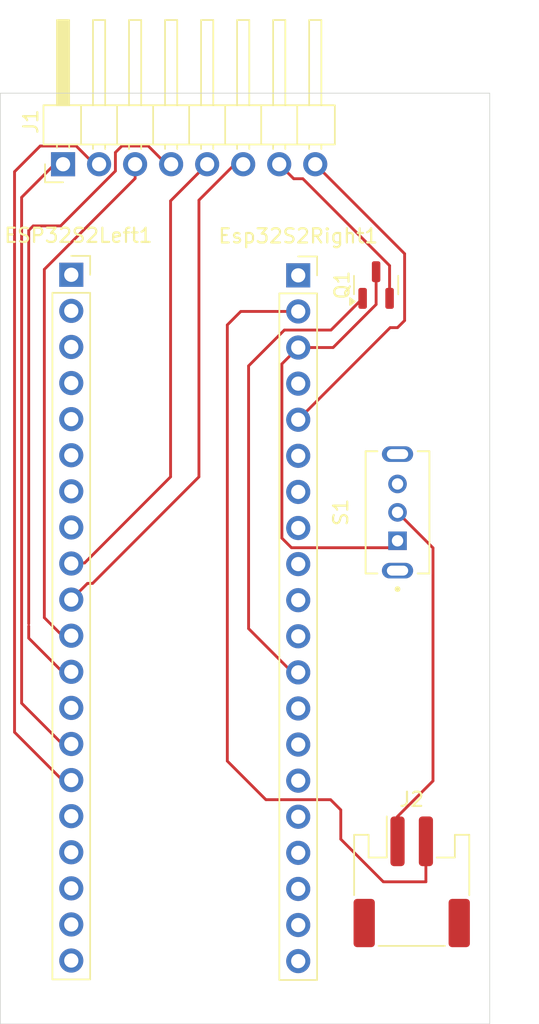
<source format=kicad_pcb>
(kicad_pcb (version 20241229) (generator "pcbnew") (generator_version "9.0")
  (layers (0 "F.Cu" signal) (2 "B.Cu" signal) (13 "F.Paste" user) (15 "B.Paste" user) (7 "B.SilkS" user "B.Silkscreen") (1 "F.Mask" user) (3 "B.Mask" user) (25 "Edge.Cuts" user))
  (net 0 "")
  (net 1 "CS")
  (net 2 "DC")
  (net 3 "SCLK")
  (net 4 "RST")
  (net 5 "DIN")
  (net 6 "BUSY")
  (net 7 "Vsys")
  (net 8 "PWR")
  (net 9 "GND")
  (net 10 "3V3")
  (net 11 "GND DISPLAY")
  (net 43 "Net-(J2-Pin_1)")
  (footprint "Connector_PinSocket_2.54mm:PinSocket_1x20_P2.54mm_Vertical" (layer "F.Cu") (at 116.5 76.82)
    (property "Reference" "Esp32S2Right1" (at 0 -2.77 0) (layer "F.SilkS"))
    (property "Value" "Right pins")
    (fp_line (start -1.33 1.27) (end -1.33 49.59) (stroke (width 0.12)) (layer "F.SilkS"))
    (fp_line (start -1.33 1.27) (end 1.33 1.27) (stroke (width 0.12)) (layer "F.SilkS"))
    (fp_line (start -1.33 49.59) (end 1.33 49.59) (stroke (width 0.12)) (layer "F.SilkS"))
    (fp_line (start 0 -1.33) (end 1.33 -1.33) (stroke (width 0.12)) (layer "F.SilkS"))
    (fp_line (start 1.33 -1.33) (end 1.33 0) (stroke (width 0.12)) (layer "F.SilkS"))
    (fp_line (start 1.33 1.27) (end 1.33 49.59) (stroke (width 0.12)) (layer "F.SilkS"))
    (pad "1" thru_hole rect (at 0 0) (size 1.7 1.7) (drill 1) (layers "*.Cu" "*.Mask"))
    (pad "2" thru_hole circle (at 0 2.54) (size 1.7 1.7) (drill 1) (layers "*.Cu" "*.Mask") (net 7 "Vsys"))
    (pad "3" thru_hole circle (at 0 5.08) (size 1.7 1.7) (drill 1) (layers "*.Cu" "*.Mask") (net 9 "GND"))
    (pad "4" thru_hole circle (at 0 7.62) (size 1.7 1.7) (drill 1) (layers "*.Cu" "*.Mask"))
    (pad "5" thru_hole circle (at 0 10.16) (size 1.7 1.7) (drill 1) (layers "*.Cu" "*.Mask") (net 10 "3V3"))
    (pad "6" thru_hole circle (at 0 12.7) (size 1.7 1.7) (drill 1) (layers "*.Cu" "*.Mask"))
    (pad "7" thru_hole circle (at 0 15.24) (size 1.7 1.7) (drill 1) (layers "*.Cu" "*.Mask"))
    (pad "8" thru_hole circle (at 0 17.78) (size 1.7 1.7) (drill 1) (layers "*.Cu" "*.Mask"))
    (pad "9" thru_hole circle (at 0 20.32) (size 1.7 1.7) (drill 1) (layers "*.Cu" "*.Mask"))
    (pad "10" thru_hole circle (at 0 22.86) (size 1.7 1.7) (drill 1) (layers "*.Cu" "*.Mask"))
    (pad "11" thru_hole circle (at 0 25.4) (size 1.7 1.7) (drill 1) (layers "*.Cu" "*.Mask"))
    (pad "12" thru_hole circle (at 0 27.94) (size 1.7 1.7) (drill 1) (layers "*.Cu" "*.Mask") (net 8 "PWR"))
    (pad "13" thru_hole circle (at 0 30.48) (size 1.7 1.7) (drill 1) (layers "*.Cu" "*.Mask"))
    (pad "14" thru_hole circle (at 0 33.02) (size 1.7 1.7) (drill 1) (layers "*.Cu" "*.Mask"))
    (pad "15" thru_hole circle (at 0 35.56) (size 1.7 1.7) (drill 1) (layers "*.Cu" "*.Mask"))
    (pad "16" thru_hole circle (at 0 38.1) (size 1.7 1.7) (drill 1) (layers "*.Cu" "*.Mask"))
    (pad "17" thru_hole circle (at 0 40.64) (size 1.7 1.7) (drill 1) (layers "*.Cu" "*.Mask"))
    (pad "18" thru_hole circle (at 0 43.18) (size 1.7 1.7) (drill 1) (layers "*.Cu" "*.Mask"))
    (pad "19" thru_hole circle (at 0 45.72) (size 1.7 1.7) (drill 1) (layers "*.Cu" "*.Mask"))
    (pad "20" thru_hole circle (at 0 48.26) (size 1.7 1.7) (drill 1) (layers "*.Cu" "*.Mask"))
  )
  (footprint "Connector_PinSocket_2.54mm:PinSocket_1x20_P2.54mm_Vertical" (layer "F.Cu") (at 100.5 76.78)
    (property "Reference" "ESP32S2Left1" (at 0.5 -2.77 0) (layer "F.SilkS"))
    (property "Value" "Left pins")
    (fp_line (start -1.33 1.27) (end -1.33 49.59) (stroke (width 0.12)) (layer "F.SilkS"))
    (fp_line (start -1.33 1.27) (end 1.33 1.27) (stroke (width 0.12)) (layer "F.SilkS"))
    (fp_line (start -1.33 49.59) (end 1.33 49.59) (stroke (width 0.12)) (layer "F.SilkS"))
    (fp_line (start 0 -1.33) (end 1.33 -1.33) (stroke (width 0.12)) (layer "F.SilkS"))
    (fp_line (start 1.33 -1.33) (end 1.33 0) (stroke (width 0.12)) (layer "F.SilkS"))
    (fp_line (start 1.33 1.27) (end 1.33 49.59) (stroke (width 0.12)) (layer "F.SilkS"))
    (pad "1" thru_hole rect (at 0 0) (size 1.7 1.7) (drill 1) (layers "*.Cu" "*.Mask"))
    (pad "2" thru_hole circle (at 0 2.54) (size 1.7 1.7) (drill 1) (layers "*.Cu" "*.Mask"))
    (pad "3" thru_hole circle (at 0 5.08) (size 1.7 1.7) (drill 1) (layers "*.Cu" "*.Mask"))
    (pad "4" thru_hole circle (at 0 7.62) (size 1.7 1.7) (drill 1) (layers "*.Cu" "*.Mask"))
    (pad "5" thru_hole circle (at 0 10.16) (size 1.7 1.7) (drill 1) (layers "*.Cu" "*.Mask"))
    (pad "6" thru_hole circle (at 0 12.7) (size 1.7 1.7) (drill 1) (layers "*.Cu" "*.Mask"))
    (pad "7" thru_hole circle (at 0 15.24) (size 1.7 1.7) (drill 1) (layers "*.Cu" "*.Mask"))
    (pad "8" thru_hole circle (at 0 17.78) (size 1.7 1.7) (drill 1) (layers "*.Cu" "*.Mask"))
    (pad "9" thru_hole circle (at 0 20.32) (size 1.7 1.7) (drill 1) (layers "*.Cu" "*.Mask") (net 3 "SCLK"))
    (pad "10" thru_hole circle (at 0 22.86) (size 1.7 1.7) (drill 1) (layers "*.Cu" "*.Mask") (net 5 "DIN"))
    (pad "11" thru_hole circle (at 0 25.4) (size 1.7 1.7) (drill 1) (layers "*.Cu" "*.Mask") (net 2 "DC"))
    (pad "12" thru_hole circle (at 0 27.94) (size 1.7 1.7) (drill 1) (layers "*.Cu" "*.Mask") (net 1 "CS"))
    (pad "13" thru_hole circle (at 0 30.48) (size 1.7 1.7) (drill 1) (layers "*.Cu" "*.Mask"))
    (pad "14" thru_hole circle (at 0 33.02) (size 1.7 1.7) (drill 1) (layers "*.Cu" "*.Mask") (net 6 "BUSY"))
    (pad "15" thru_hole circle (at 0 35.56) (size 1.7 1.7) (drill 1) (layers "*.Cu" "*.Mask") (net 4 "RST"))
    (pad "16" thru_hole circle (at 0 38.1) (size 1.7 1.7) (drill 1) (layers "*.Cu" "*.Mask"))
    (pad "17" thru_hole circle (at 0 40.64) (size 1.7 1.7) (drill 1) (layers "*.Cu" "*.Mask"))
    (pad "18" thru_hole circle (at 0 43.18) (size 1.7 1.7) (drill 1) (layers "*.Cu" "*.Mask"))
    (pad "19" thru_hole circle (at 0 45.72) (size 1.7 1.7) (drill 1) (layers "*.Cu" "*.Mask"))
    (pad "20" thru_hole circle (at 0 48.26) (size 1.7 1.7) (drill 1) (layers "*.Cu" "*.Mask"))
  )
  (footprint "Connector_JST:JST_PH_S2B-PH-SM4-TB_1x02-1MP_P2.00mm_Horizontal" (layer "F.Cu") (at 124.5 119.5)
    (property "Reference" "J2" (at 0 -5.8 0) (layer "F.SilkS"))
    (property "Value" "BATTERY connector")
    (fp_line (start -4.06 -3.31) (end -3.04 -3.31) (stroke (width 0.12)) (layer "F.SilkS"))
    (fp_line (start -4.06 0.94) (end -4.06 -3.31) (stroke (width 0.12)) (layer "F.SilkS"))
    (fp_line (start -3.04 -3.31) (end -3.04 -1.71) (stroke (width 0.12)) (layer "F.SilkS"))
    (fp_line (start -3.04 -1.71) (end -1.76 -1.71) (stroke (width 0.12)) (layer "F.SilkS"))
    (fp_line (start -2.34 4.51) (end 2.34 4.51) (stroke (width 0.12)) (layer "F.SilkS"))
    (fp_line (start -1.76 -1.71) (end -1.76 -4.6) (stroke (width 0.12)) (layer "F.SilkS"))
    (fp_line (start 3.04 -3.31) (end 3.04 -1.71) (stroke (width 0.12)) (layer "F.SilkS"))
    (fp_line (start 3.04 -1.71) (end 1.76 -1.71) (stroke (width 0.12)) (layer "F.SilkS"))
    (fp_line (start 4.06 -3.31) (end 3.04 -3.31) (stroke (width 0.12)) (layer "F.SilkS"))
    (fp_line (start 4.06 0.94) (end 4.06 -3.31) (stroke (width 0.12)) (layer "F.SilkS"))
    (pad "1" smd roundrect (at -1 -2.85) (size 1 3.5) (layers "F.Cu" "F.Mask" "F.Paste") (net 43 "Net-(J2-Pin_1)"))
    (pad "2" smd roundrect (at 1 -2.85) (size 1 3.5) (layers "F.Cu" "F.Mask" "F.Paste") (net 7 "Vsys"))
    (pad "MP" smd roundrect (at -3.35 2.9) (size 1.5 3.4) (layers "F.Cu" "F.Mask" "F.Paste") (roundrect_rratio 0.166667))
    (pad "MP" smd roundrect (at 3.35 2.9) (size 1.5 3.4) (layers "F.Cu" "F.Mask" "F.Paste") (roundrect_rratio 0.166667))
  )
  (footprint "Library:SW_SLW-864574-5A-RA-N-D" (layer "F.Cu") (at 123.5 93.5 90)
    (property "Reference" "S1" (at 0 -4 90) (layer "F.SilkS"))
    (property "Value" "SLW-864574-5A-RA-N-D")
    (fp_line (start 4.3 -2.25) (end -4.3 -2.25) (stroke (width 0.127)) (layer "F.SilkS"))
    (fp_line (start -4.3 -2.25) (end -4.3 -1.42) (stroke (width 0.127)) (layer "F.SilkS"))
    (fp_line (start 4.3 -1.42) (end 4.3 -2.25) (stroke (width 0.127)) (layer "F.SilkS"))
    (fp_line (start 4.3 2.25) (end 4.3 1.42) (stroke (width 0.127)) (layer "F.SilkS"))
    (fp_line (start 1.75 2.25) (end 4.3 2.25) (stroke (width 0.127)) (layer "F.SilkS"))
    (fp_line (start -1.75 2.25) (end 1.75 2.25) (stroke (width 0.127)) (layer "F.SilkS"))
    (fp_line (start -4.3 2.25) (end -4.3 1.42) (stroke (width 0.127)) (layer "F.SilkS"))
    (fp_line (start -4.3 2.25) (end -1.75 2.25) (stroke (width 0.127)) (layer "F.SilkS"))
    (fp_circle (center -5.4 0) (end -5.3 0) (stroke (width 0.2)) (fill no) (layer "F.SilkS"))
    (pad "1" thru_hole rect (at -2 0 90) (size 1.308 1.308) (drill 0.8) (layers "*.Cu" "*.Mask") (net 9 "GND"))
    (pad "2" thru_hole circle (at 0 0 90) (size 1.308 1.308) (drill 0.8) (layers "*.Cu" "*.Mask") (net 43 "Net-(J2-Pin_1)"))
    (pad "3" thru_hole circle (at 2 0 90) (size 1.308 1.308) (drill 0.8) (layers "*.Cu" "*.Mask"))
    (pad "SH1" thru_hole oval (at -4.1 0 90) (size 1.1 2.2) (drill oval 0.7 1.5) (layers "*.Cu" "*.Mask"))
    (pad "SH2" thru_hole oval (at 4.1 0 90) (size 1.1 2.2) (drill oval 0.7 1.5) (layers "*.Cu" "*.Mask"))
  )
  (footprint "Package_TO_SOT_SMD:SOT-23" (layer "F.Cu") (at 121.99 77.5025 90)
    (property "Reference" "Q1" (at 0 -2.4 90) (layer "F.SilkS"))
    (property "Value" "AO3400A")
    (fp_line (start 0 -1.56) (end 0.65 -1.56) (stroke (width 0.12)) (layer "F.SilkS"))
    (fp_line (start 0 -1.56) (end -0.65 -1.56) (stroke (width 0.12)) (layer "F.SilkS"))
    (fp_line (start 0 1.56) (end 0.65 1.56) (stroke (width 0.12)) (layer "F.SilkS"))
    (fp_line (start 0 1.56) (end -0.65 1.56) (stroke (width 0.12)) (layer "F.SilkS"))
    (fp_poly (pts (xy -1.1625 -1.51) (xy -1.4025 -1.84) (xy -0.9225 -1.84)) (stroke (width 0.12)) (fill yes) (layer "F.SilkS"))
    (pad "1" smd roundrect (at -0.9375 -0.95 90) (size 1.475 0.6) (layers "F.Cu" "F.Mask" "F.Paste") (net 8 "PWR"))
    (pad "2" smd roundrect (at -0.9375 0.95 90) (size 1.475 0.6) (layers "F.Cu" "F.Mask" "F.Paste") (net 11 "GND DISPLAY"))
    (pad "3" smd roundrect (at 0.9375 0 90) (size 1.475 0.6) (layers "F.Cu" "F.Mask" "F.Paste") (net 9 "GND"))
  )
  (footprint "Connector_PinHeader_2.54mm:PinHeader_1x08_P2.54mm_Horizontal" (layer "F.Cu") (at 99.92 69 90)
    (property "Reference" "J1" (at 3 -2.27 90) (layer "F.SilkS"))
    (property "Value" "DISPLAY connector")
    (fp_line (start 4.15 -1.38) (end 1.39 -1.38) (stroke (width 0.12)) (layer "F.SilkS"))
    (fp_line (start 1.39 -1.38) (end 1.39 19.16) (stroke (width 0.12)) (layer "F.SilkS"))
    (fp_line (start -1.27 -1.27) (end 0 -1.27) (stroke (width 0.12)) (layer "F.SilkS"))
    (fp_line (start 1.16 -0.43) (end 1.39 -0.43) (stroke (width 0.12)) (layer "F.SilkS"))
    (fp_line (start -1.27 0) (end -1.27 -1.27) (stroke (width 0.12)) (layer "F.SilkS"))
    (fp_line (start 1.16 0.43) (end 1.39 0.43) (stroke (width 0.12)) (layer "F.SilkS"))
    (fp_line (start 1.39 1.27) (end 4.15 1.27) (stroke (width 0.12)) (layer "F.SilkS"))
    (fp_line (start 10.15 2.11) (end 10.15 2.97) (stroke (width 0.12)) (layer "F.SilkS"))
    (fp_line (start 4.15 2.11) (end 10.15 2.11) (stroke (width 0.12)) (layer "F.SilkS"))
    (fp_line (start 1.077358 2.11) (end 1.39 2.11) (stroke (width 0.12)) (layer "F.SilkS"))
    (fp_line (start 10.15 2.97) (end 4.15 2.97) (stroke (width 0.12)) (layer "F.SilkS"))
    (fp_line (start 1.077358 2.97) (end 1.39 2.97) (stroke (width 0.12)) (layer "F.SilkS"))
    (fp_line (start 1.39 3.81) (end 4.15 3.81) (stroke (width 0.12)) (layer "F.SilkS"))
    (fp_line (start 10.15 4.65) (end 10.15 5.51) (stroke (width 0.12)) (layer "F.SilkS"))
    (fp_line (start 4.15 4.65) (end 10.15 4.65) (stroke (width 0.12)) (layer "F.SilkS"))
    (fp_line (start 1.077358 4.65) (end 1.39 4.65) (stroke (width 0.12)) (layer "F.SilkS"))
    (fp_line (start 10.15 5.51) (end 4.15 5.51) (stroke (width 0.12)) (layer "F.SilkS"))
    (fp_line (start 1.077358 5.51) (end 1.39 5.51) (stroke (width 0.12)) (layer "F.SilkS"))
    (fp_line (start 1.39 6.35) (end 4.15 6.35) (stroke (width 0.12)) (layer "F.SilkS"))
    (fp_line (start 10.15 7.19) (end 10.15 8.05) (stroke (width 0.12)) (layer "F.SilkS"))
    (fp_line (start 4.15 7.19) (end 10.15 7.19) (stroke (width 0.12)) (layer "F.SilkS"))
    (fp_line (start 1.077358 7.19) (end 1.39 7.19) (stroke (width 0.12)) (layer "F.SilkS"))
    (fp_line (start 10.15 8.05) (end 4.15 8.05) (stroke (width 0.12)) (layer "F.SilkS"))
    (fp_line (start 1.077358 8.05) (end 1.39 8.05) (stroke (width 0.12)) (layer "F.SilkS"))
    (fp_line (start 1.39 8.89) (end 4.15 8.89) (stroke (width 0.12)) (layer "F.SilkS"))
    (fp_line (start 10.15 9.73) (end 10.15 10.59) (stroke (width 0.12)) (layer "F.SilkS"))
    (fp_line (start 4.15 9.73) (end 10.15 9.73) (stroke (width 0.12)) (layer "F.SilkS"))
    (fp_line (start 1.077358 9.73) (end 1.39 9.73) (stroke (width 0.12)) (layer "F.SilkS"))
    (fp_line (start 10.15 10.59) (end 4.15 10.59) (stroke (width 0.12)) (layer "F.SilkS"))
    (fp_line (start 1.077358 10.59) (end 1.39 10.59) (stroke (width 0.12)) (layer "F.SilkS"))
    (fp_line (start 1.39 11.43) (end 4.15 11.43) (stroke (width 0.12)) (layer "F.SilkS"))
    (fp_line (start 10.15 12.27) (end 10.15 13.13) (stroke (width 0.12)) (layer "F.SilkS"))
    (fp_line (start 4.15 12.27) (end 10.15 12.27) (stroke (width 0.12)) (layer "F.SilkS"))
    (fp_line (start 1.077358 12.27) (end 1.39 12.27) (stroke (width 0.12)) (layer "F.SilkS"))
    (fp_line (start 10.15 13.13) (end 4.15 13.13) (stroke (width 0.12)) (layer "F.SilkS"))
    (fp_line (start 1.077358 13.13) (end 1.39 13.13) (stroke (width 0.12)) (layer "F.SilkS"))
    (fp_line (start 1.39 13.97) (end 4.15 13.97) (stroke (width 0.12)) (layer "F.SilkS"))
    (fp_line (start 10.15 14.81) (end 10.15 15.67) (stroke (width 0.12)) (layer "F.SilkS"))
    (fp_line (start 4.15 14.81) (end 10.15 14.81) (stroke (width 0.12)) (layer "F.SilkS"))
    (fp_line (start 1.077358 14.81) (end 1.39 14.81) (stroke (width 0.12)) (layer "F.SilkS"))
    (fp_line (start 10.15 15.67) (end 4.15 15.67) (stroke (width 0.12)) (layer "F.SilkS"))
    (fp_line (start 1.077358 15.67) (end 1.39 15.67) (stroke (width 0.12)) (layer "F.SilkS"))
    (fp_line (start 1.39 16.51) (end 4.15 16.51) (stroke (width 0.12)) (layer "F.SilkS"))
    (fp_line (start 10.15 17.35) (end 10.15 18.21) (stroke (width 0.12)) (layer "F.SilkS"))
    (fp_line (start 4.15 17.35) (end 10.15 17.35) (stroke (width 0.12)) (layer "F.SilkS"))
    (fp_line (start 1.077358 17.35) (end 1.39 17.35) (stroke (width 0.12)) (layer "F.SilkS"))
    (fp_line (start 10.15 18.21) (end 4.15 18.21) (stroke (width 0.12)) (layer "F.SilkS"))
    (fp_line (start 1.077358 18.21) (end 1.39 18.21) (stroke (width 0.12)) (layer "F.SilkS"))
    (fp_line (start 4.15 19.16) (end 4.15 -1.38) (stroke (width 0.12)) (layer "F.SilkS"))
    (fp_line (start 1.39 19.16) (end 4.15 19.16) (stroke (width 0.12)) (layer "F.SilkS"))
    (fp_rect (start 4.15 -0.43) (end 10.15 0.43) (stroke (width 0.12)) (fill yes) (layer "F.SilkS"))
    (pad "1" thru_hole rect (at 0 0 90) (size 1.7 1.7) (drill 1) (layers "*.Cu" "*.Mask") (net 6 "BUSY"))
    (pad "2" thru_hole circle (at 0 2.54 90) (size 1.7 1.7) (drill 1) (layers "*.Cu" "*.Mask") (net 4 "RST"))
    (pad "3" thru_hole circle (at 0 5.08 90) (size 1.7 1.7) (drill 1) (layers "*.Cu" "*.Mask") (net 2 "DC"))
    (pad "4" thru_hole circle (at 0 7.62 90) (size 1.7 1.7) (drill 1) (layers "*.Cu" "*.Mask") (net 1 "CS"))
    (pad "5" thru_hole circle (at 0 10.16 90) (size 1.7 1.7) (drill 1) (layers "*.Cu" "*.Mask") (net 3 "SCLK"))
    (pad "6" thru_hole circle (at 0 12.7 90) (size 1.7 1.7) (drill 1) (layers "*.Cu" "*.Mask") (net 5 "DIN"))
    (pad "7" thru_hole circle (at 0 15.24 90) (size 1.7 1.7) (drill 1) (layers "*.Cu" "*.Mask") (net 11 "GND DISPLAY"))
    (pad "8" thru_hole circle (at 0 17.78 90) (size 1.7 1.7) (drill 1) (layers "*.Cu" "*.Mask") (net 10 "3V3"))
  )
  (gr_line (start 130 64) (end 130 129.5) (stroke (width 0.05)) (layer "Edge.Cuts"))
  (gr_line (start 95.5 64) (end 130 64) (stroke (width 0.05)) (layer "Edge.Cuts"))
  (gr_line (start 130 129.5) (end 95.5 129.5) (stroke (width 0.05)) (layer "Edge.Cuts"))
  (gr_line (start 95.5 129.5) (end 95.5 64) (stroke (width 0.05)) (layer "Edge.Cuts"))
  (segment (start 103.611 69.47676) (end 99.74776 73.34) (width 0.2) (layer "F.Cu") (net 1))
  (segment (start 97.5 101.5) (end 97.5 102.35) (width 0.2) (layer "F.Cu") (net 1))
  (segment (start 99.74776 73.34) (end 97.815 73.34) (width 0.2) (layer "F.Cu") (net 1))
  (segment (start 105.929 67.719) (end 104.06324 67.719) (width 0.2) (layer "F.Cu") (net 1))
  (segment (start 103.611 68.17124) (end 103.611 69.47676) (width 0.2) (layer "F.Cu") (net 1))
  (segment (start 104.06324 67.719) (end 103.611 68.17124) (width 0.2) (layer "F.Cu") (net 1))
  (segment (start 97.5 102.35) (end 100.3 105.15) (width 0.2) (layer "F.Cu") (net 1))
  (segment (start 97.815 73.34) (end 97.5 73.655) (width 0.2) (layer "F.Cu") (net 1))
  (segment (start 97.5 73.655) (end 97.5 101.345) (width 0.2) (layer "F.Cu") (net 1))
  (segment (start 107.08 68.87) (end 105.929 67.719) (width 0.2) (layer "F.Cu") (net 1))
  (segment (start 104.54 68.87) (end 105 69.33) (width 0.2) (layer "F.Cu") (net 2))
  (segment (start 105 70) (end 98.6 76.4) (width 0.2) (layer "F.Cu") (net 2))
  (segment (start 105 69.33) (end 105 70) (width 0.2) (layer "F.Cu") (net 2))
  (segment (start 98.6 100.91) (end 99.83 102.14) (width 0.2) (layer "F.Cu") (net 2))
  (segment (start 98.6 76.4) (end 98.6 100.91) (width 0.2) (layer "F.Cu") (net 2))
  (segment (start 107.5 91) (end 101.44 97.06) (width 0.2) (layer "F.Cu") (net 3))
  (segment (start 107.5 71.58) (end 107.5 91) (width 0.2) (layer "F.Cu") (net 3))
  (segment (start 101.44 97.06) (end 100.54 97.06) (width 0.2) (layer "F.Cu") (net 3))
  (segment (start 109.62 69.46) (end 107.5 71.58) (width 0.2) (layer "F.Cu") (net 3))
  (segment (start 100.54 97.06) (end 100.5 97.1) (width 0.2) (layer "F.Cu") (net 3))
  (segment (start 109.62 68.87) (end 109.62 69.46) (width 0.2) (layer "F.Cu") (net 3))
  (segment (start 98.309 67.719) (end 96.514 69.514) (width 0.2) (layer "F.Cu") (net 4))
  (segment (start 99.83 112.3) (end 96.5 108.97) (width 0.2) (layer "F.Cu") (net 4))
  (segment (start 96.5 69.528) (end 96.514 69.514) (width 0.2) (layer "F.Cu") (net 4))
  (segment (start 100.849 67.719) (end 98.309 67.719) (width 0.2) (layer "F.Cu") (net 4))
  (segment (start 102 68.87) (end 100.849 67.719) (width 0.2) (layer "F.Cu") (net 4))
  (segment (start 96.5 108.97) (end 96.5 69.528) (width 0.2) (layer "F.Cu") (net 4))
  (segment (start 112.62 69) (end 112.03 69) (width 0.2) (layer "F.Cu") (net 5))
  (segment (start 109.5 71.53) (end 109.5 90.999998) (width 0.2) (layer "F.Cu") (net 5))
  (segment (start 112.03 69) (end 109.5 71.53) (width 0.2) (layer "F.Cu") (net 5))
  (segment (start 101.640001 98.499999) (end 100.5 99.64) (width 0.2) (layer "F.Cu") (net 5))
  (segment (start 109.5 90.999998) (end 101.999999 98.499999) (width 0.2) (layer "F.Cu") (net 5))
  (segment (start 101.999999 98.499999) (end 101.640001 98.499999) (width 0.2) (layer "F.Cu") (net 5))
  (segment (start 99.92 69) (end 100 69) (width 0.2) (layer "F.Cu") (net 6))
  (segment (start 97 106.93) (end 99.83 109.76) (width 0.2) (layer "F.Cu") (net 6))
  (segment (start 97 71.33) (end 97 106.93) (width 0.2) (layer "F.Cu") (net 6))
  (segment (start 99.46 68.87) (end 97 71.33) (width 0.2) (layer "F.Cu") (net 6))
  (segment (start 122.5 119.5) (end 119.5 116.5) (width 0.2) (layer "F.Cu") (net 7))
  (segment (start 118.78 113.72) (end 114.22 113.72) (width 0.2) (layer "F.Cu") (net 7))
  (segment (start 112.45 79.36) (end 116.5 79.36) (width 0.2) (layer "F.Cu") (net 7))
  (segment (start 119.5 116.5) (end 119.5 114.44) (width 0.2) (layer "F.Cu") (net 7))
  (segment (start 111.5 111) (end 111.5 80.31) (width 0.2) (layer "F.Cu") (net 7))
  (segment (start 125.5 116.65) (end 125.5 119.5) (width 0.2) (layer "F.Cu") (net 7))
  (segment (start 119.5 114.44) (end 118.78 113.72) (width 0.2) (layer "F.Cu") (net 7))
  (segment (start 125.5 119.5) (end 122.5 119.5) (width 0.2) (layer "F.Cu") (net 7))
  (segment (start 114.22 113.72) (end 111.5 111) (width 0.2) (layer "F.Cu") (net 7))
  (segment (start 111.5 80.31) (end 112.45 79.36) (width 0.2) (layer "F.Cu") (net 7))
  (segment (start 113 101.68) (end 113 83.19224) (width 0.2) (layer "F.Cu") (net 8))
  (segment (start 116.08 104.76) (end 113 101.68) (width 0.2) (layer "F.Cu") (net 8))
  (segment (start 115.52324 80.669) (end 118.811 80.669) (width 0.2) (layer "F.Cu") (net 8))
  (segment (start 113 83.19224) (end 115.52324 80.669) (width 0.2) (layer "F.Cu") (net 8))
  (segment (start 118.811 80.669) (end 121.04 78.44) (width 0.2) (layer "F.Cu") (net 8))
  (segment (start 116.5 104.76) (end 116.08 104.76) (width 0.2) (layer "F.Cu") (net 8))
  (segment (start 121.99 76.565) (end 121.99 78.869468) (width 0.2) (layer "F.Cu") (net 9))
  (segment (start 123.011 95.989) (end 123.5 95.5) (width 0.2) (layer "F.Cu") (net 9))
  (segment (start 118.959468 81.9) (end 116.5 81.9) (width 0.2) (layer "F.Cu") (net 9))
  (segment (start 116.5 81.9) (end 115.349 83.051) (width 0.2) (layer "F.Cu") (net 9))
  (segment (start 115.349 83.051) (end 115.349 95.31476) (width 0.2) (layer "F.Cu") (net 9))
  (segment (start 116.02324 95.989) (end 123.011 95.989) (width 0.2) (layer "F.Cu") (net 9))
  (segment (start 121.99 78.869468) (end 118.959468 81.9) (width 0.2) (layer "F.Cu") (net 9))
  (segment (start 115.349 95.31476) (end 116.02324 95.989) (width 0.2) (layer "F.Cu") (net 9))
  (segment (start 116.5 86.98) (end 116.5 87.4) (width 0.2) (layer "F.Cu") (net 10))
  (segment (start 117.57 68.87) (end 124 75.3) (width 0.2) (layer "F.Cu") (net 10))
  (segment (start 117.24 68.87) (end 117.57 68.87) (width 0.2) (layer "F.Cu") (net 10))
  (segment (start 122.98 80.5) (end 116.5 86.98) (width 0.2) (layer "F.Cu") (net 10))
  (segment (start 124 75.3) (end 124 80) (width 0.2) (layer "F.Cu") (net 10))
  (segment (start 124 80) (end 123.5 80.5) (width 0.2) (layer "F.Cu") (net 10))
  (segment (start 123.5 80.5) (end 122.98 80.5) (width 0.2) (layer "F.Cu") (net 10))
  (segment (start 116.181 70.021) (end 115.03 68.87) (width 0.2) (layer "F.Cu") (net 11))
  (segment (start 116.825468 70.021) (end 116.181 70.021) (width 0.2) (layer "F.Cu") (net 11))
  (segment (start 122.94 78.44) (end 122.94 76.135532) (width 0.2) (layer "F.Cu") (net 11))
  (segment (start 122.94 76.135532) (end 116.825468 70.021) (width 0.2) (layer "F.Cu") (net 11))
  (segment (start 115.03 68.87) (end 114.7 68.87) (width 0.2) (layer "F.Cu") (net 11))
  (segment (start 123.5 93.5) (end 126 96) (width 0.2) (layer "F.Cu") (net 43))
  (segment (start 126 112.4) (end 123.5 114.9) (width 0.2) (layer "F.Cu") (net 43))
  (segment (start 126 96) (end 126 112.4) (width 0.2) (layer "F.Cu") (net 43))
  (segment (start 123.5 114.9) (end 123.5 116.65) (width 0.2) (layer "F.Cu") (net 43))
)
</source>
